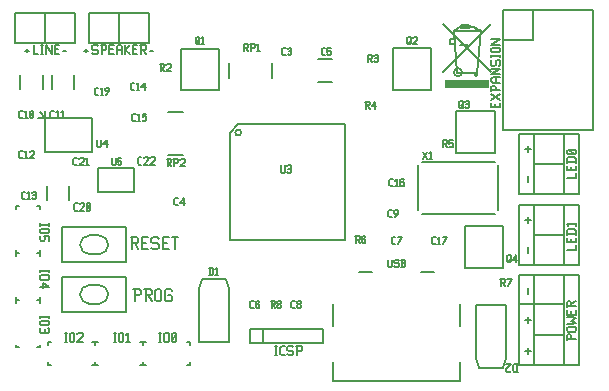
<source format=gbr>
G04 start of page 8 for group -4079 idx -4079 *
G04 Title: (unknown), topsilk *
G04 Creator: pcb 1.99z *
G04 CreationDate: Tue May  7 13:19:40 2013 UTC *
G04 For: matt *
G04 Format: Gerber/RS-274X *
G04 PCB-Dimensions (mil): 2165.35 1377.95 *
G04 PCB-Coordinate-Origin: lower left *
%MOIN*%
%FSLAX25Y25*%
%LNTOPSILK*%
%ADD124C,0.0138*%
%ADD123C,0.0059*%
%ADD122C,0.0001*%
G54D122*G36*
X155512Y106732D02*Y109488D01*
X170079D01*
Y106732D01*
X155512D01*
G37*
G54D123*X180157Y47795D02*X185157D01*
X200157D02*X195157D01*
X180157Y67795D02*Y47795D01*
Y44331D02*X200157D01*
X180157Y91417D02*X185157D01*
X195157D02*X200157D01*
X180157Y67795D02*X200157D01*
Y47795D02*Y67795D01*
X180157Y71417D02*X200157D01*
X180157D02*Y91417D01*
X200157D02*Y71417D01*
X154921Y128189D02*X170866Y112244D01*
X154921D02*X170866Y128189D01*
X158465Y125827D02*X167520D01*
X200157Y14331D02*X180157D01*
Y44331D01*
Y34748D02*X195157D01*
X200157Y44331D02*Y14331D01*
X182047Y62748D02*X184047D01*
X183047Y63748D02*Y61748D01*
X183079Y53772D02*Y51772D01*
X182047Y29323D02*X184047D01*
X183047Y30323D02*Y28323D01*
X183079Y40228D02*Y38228D01*
X15551Y119302D02*X16751D01*
X16151Y119902D02*Y118702D01*
X57087Y119302D02*X58287D01*
X35236D02*X36436D01*
X35836Y119902D02*Y118702D01*
X28150Y119302D02*X29350D01*
X182047Y19283D02*X184047D01*
X183047Y20283D02*Y18283D01*
X182047Y86449D02*X184047D01*
X183047Y87449D02*Y85449D01*
X183079Y77472D02*Y75472D01*
X97945Y115138D02*Y110138D01*
X83445Y115138D02*Y110138D01*
X138051Y120094D02*Y106194D01*
X150851D01*
Y120094D01*
X138051D01*
X113189Y116378D02*X117913D01*
X113189Y108898D02*X117913D01*
X86607Y94876D02*X122277D01*
Y56306D01*
X83707D01*
Y91976D01*
X86607Y94876D01*
X85607Y91976D02*G75*G03X85607Y91976I1000J0D01*G01*
X63248Y98969D02*X68248D01*
X63248Y84469D02*X68248D01*
X90551Y21890D02*Y26614D01*
X114961D01*
Y21890D02*X90551D01*
X94881D02*Y26614D01*
X114961D02*Y21890D01*
X74543Y43126D02*X82543D01*
X74543D02*X73443Y39726D01*
Y22126D01*
X83643D01*
Y39726D02*Y22126D01*
Y39726D02*X82543Y43126D01*
X70472Y14409D02*X69488D01*
X70472D02*Y15394D01*
Y22283D02*X69488D01*
X70472D02*Y21299D01*
X54724Y14409D02*X55709D01*
X54724D02*Y15394D01*
Y22283D02*X55709D01*
X54724D02*Y21299D01*
Y14409D02*X53740D01*
X54724D02*Y15394D01*
Y22283D02*X53740D01*
X54724D02*Y21299D01*
X38976Y14409D02*X39961D01*
X38976D02*Y15394D01*
Y22283D02*X39961D01*
X38976D02*Y21299D01*
Y14409D02*X37992D01*
X38976D02*Y15394D01*
Y22283D02*X37992D01*
X38976D02*Y21299D01*
X23228Y14409D02*X24213D01*
X23228D02*Y15394D01*
Y22283D02*X24213D01*
X23228D02*Y21299D01*
X12598Y37047D02*Y36063D01*
X13583D01*
X20472Y37047D02*Y36063D01*
X19488D02*X20472D01*
X12598Y51811D02*Y50827D01*
Y51811D02*X13583D01*
X20472D02*Y50827D01*
X19488Y51811D02*X20472D01*
X12598Y21299D02*Y20315D01*
X13583D01*
X20472Y21299D02*Y20315D01*
X19488D02*X20472D01*
X12598Y36063D02*Y35079D01*
Y36063D02*X13583D01*
X20472D02*Y35079D01*
X19488Y36063D02*X20472D01*
X12598Y52795D02*Y51811D01*
X13583D01*
X20472Y52795D02*Y51811D01*
X19488D02*X20472D01*
X12598Y67559D02*Y66575D01*
Y67559D02*X13583D01*
X20472D02*Y66575D01*
X19488Y67559D02*X20472D01*
X39823Y79983D02*X51723D01*
X39823Y71983D02*Y79983D01*
Y71983D02*X51723D01*
Y79983D01*
X27953Y48661D02*X49213D01*
X27953Y60472D02*Y48661D01*
Y60472D02*X49213D01*
X37008Y51417D02*X40157D01*
X37008Y57717D02*X40157D01*
X49213Y60472D02*Y48661D01*
X40157Y51417D02*G75*G03X43307Y54567I0J3150D01*G01*
Y54567D02*G75*G03X40157Y57717I-3150J0D01*G01*
X37008Y57717D02*G75*G03X33858Y54567I0J-3150D01*G01*
G75*G03X37008Y51417I3150J0D01*G01*
X22835Y74252D02*Y69528D01*
X30315Y74252D02*Y69528D01*
X27953Y32126D02*X49213D01*
X27953Y43937D02*Y32126D01*
Y43937D02*X49213D01*
X37008Y34882D02*X40157D01*
X37008Y41181D02*X40157D01*
X49213Y43937D02*Y32126D01*
X40157Y34882D02*G75*G03X43307Y38031I0J3150D01*G01*
Y38032D02*G75*G03X40157Y41181I-3150J0D01*G01*
X37008Y41181D02*G75*G03X33858Y38031I0J-3150D01*G01*
G75*G03X37008Y34882I3150J0D01*G01*
X147654Y45630D02*X151756D01*
X126985D02*X131087D01*
X160630Y27323D02*X160630Y34787D01*
X118110Y27323D02*X118111Y34787D01*
X160630Y9213D02*X160630Y15512D01*
X118111Y9213D02*X160630D01*
X118111D02*X118110Y15512D01*
X162067Y60646D02*Y46746D01*
X174867D01*
Y60646D01*
X162067D01*
X147717Y64882D02*X172126D01*
X173307Y81024D02*Y66063D01*
X147717Y82205D02*X172126D01*
X146535Y81024D02*Y66063D01*
X185157Y91417D02*Y71417D01*
X195157D01*
Y91417D01*
X185157D01*
Y81417D02*X195157D01*
Y91417D01*
X159311Y99031D02*Y85131D01*
X172111D01*
Y99031D01*
X159311D01*
X185157Y67795D02*Y47795D01*
X195157D01*
Y67795D01*
X185157D01*
Y57795D02*X195157D01*
Y67795D01*
Y44331D02*Y14331D01*
X185157Y44331D02*X195157D01*
X185157D02*Y14331D01*
X195157D01*
X185157Y24331D02*X195157D01*
X185157D02*Y14331D01*
X166866Y13449D02*X174866D01*
X175966Y16849D01*
Y34449D02*Y16849D01*
X165766Y34449D02*X175966D01*
X165766D02*Y16849D01*
X166866Y13449D01*
X175000Y132795D02*Y92795D01*
X205000D01*
Y132795D02*Y92795D01*
X175000Y132795D02*X205000D01*
X175000Y122795D02*X185000D01*
Y132795D02*Y122795D01*
X159635Y111851D02*X166188Y111722D01*
X167473Y125985D01*
X158465Y125856D02*X159646Y111850D01*
X160431Y121233D02*X163275D01*
X157283Y123100D02*X158697D01*
X157283D02*Y121526D01*
X158830D01*
X160864Y127873D02*X163561D01*
Y126932D01*
X160864D02*X163561D01*
X160864Y127873D02*Y126932D01*
X161334Y127402D02*X163091D01*
X158478Y125985D02*X158858Y126250D01*
X159449Y126644D01*
X160083Y126981D01*
X160883Y127273D01*
X167473Y125985D02*X167006Y126282D01*
X166339Y126644D01*
X165354Y127037D01*
X164566Y127286D01*
X163561Y127452D01*
X165905Y126946D02*Y126263D01*
G54D124*X165710Y111224D02*X165748Y111289D01*
G54D123*X161220Y112077D02*G75*G03X159843Y113455I-1378J0D01*G01*
Y110699D02*G75*G03X161220Y112077I0J1378D01*G01*
X158465D02*G75*G03X159843Y110699I1378J0D01*G01*
Y113455D02*G75*G03X158465Y112077I0J-1378D01*G01*
X12323Y121811D02*X32323D01*
Y131811D02*Y121811D01*
X12323Y131811D02*X32323D01*
X12323D02*Y121811D01*
X22323Y131811D02*Y121811D01*
X12323Y131811D02*X22323D01*
X24410Y111260D02*Y106536D01*
X31890Y111260D02*Y106536D01*
X13977Y111260D02*Y106536D01*
X21457Y111260D02*Y106536D01*
X36732Y121811D02*X56732D01*
Y131811D02*Y121811D01*
X36732Y131811D02*X56732D01*
X36732D02*Y121811D01*
X46732Y131811D02*Y121811D01*
X36732Y131811D02*X46732D01*
X67500Y119937D02*Y106037D01*
X80300D01*
Y119937D01*
X67500D01*
X37992Y96890D02*Y85473D01*
X22244D02*X37992D01*
X22244Y99252D02*Y85473D01*
X19882Y96890D02*X37992D01*
X22244D02*X20472Y98662D01*
X100992Y80991D02*Y78891D01*
X101292Y78591D01*
X101892D01*
X102192Y78891D01*
Y80991D02*Y78891D01*
X102912Y80691D02*X103212Y80991D01*
X103812D01*
X104112Y80691D01*
X103812Y78591D02*X104112Y78891D01*
X103212Y78591D02*X103812D01*
X102912Y78891D02*X103212Y78591D01*
Y79911D02*X103812D01*
X104112Y80691D02*Y80211D01*
Y79611D02*Y78891D01*
Y79611D02*X103812Y79911D01*
X104112Y80211D02*X103812Y79911D01*
X148031Y83063D02*X149531Y85463D01*
X148031D02*X149531Y83063D01*
X150251Y84983D02*X150731Y85463D01*
Y83063D01*
X150251D02*X151151D01*
X154724Y89400D02*X155924D01*
X156224Y89100D01*
Y88500D01*
X155924Y88200D02*X156224Y88500D01*
X155024Y88200D02*X155924D01*
X155024Y89400D02*Y87000D01*
X155504Y88200D02*X156224Y87000D01*
X156944Y89400D02*X158144D01*
X156944D02*Y88200D01*
X157244Y88500D01*
X157844D01*
X158144Y88200D01*
Y87300D01*
X157844Y87000D02*X158144Y87300D01*
X157244Y87000D02*X157844D01*
X156944Y87300D02*X157244Y87000D01*
X65774Y67709D02*X66554D01*
X65354Y68129D02*X65774Y67709D01*
X65354Y69689D02*Y68129D01*
Y69689D02*X65774Y70109D01*
X66554D01*
X67274Y68609D02*X68474Y70109D01*
X67274Y68609D02*X68774D01*
X68474Y70109D02*Y67709D01*
X90971Y33457D02*X91751D01*
X90551Y33877D02*X90971Y33457D01*
X90551Y35437D02*Y33877D01*
Y35437D02*X90971Y35857D01*
X91751D01*
X93371D02*X93671Y35557D01*
X92771Y35857D02*X93371D01*
X92471Y35557D02*X92771Y35857D01*
X92471Y35557D02*Y33757D01*
X92771Y33457D01*
X93371Y34777D02*X93671Y34477D01*
X92471Y34777D02*X93371D01*
X92771Y33457D02*X93371D01*
X93671Y33757D01*
Y34477D02*Y33757D01*
X104751Y33457D02*X105531D01*
X104331Y33877D02*X104751Y33457D01*
X104331Y35437D02*Y33877D01*
Y35437D02*X104751Y35857D01*
X105531D01*
X106251Y33757D02*X106551Y33457D01*
X106251Y34237D02*Y33757D01*
Y34237D02*X106671Y34657D01*
X107031D01*
X107451Y34237D01*
Y33757D01*
X107151Y33457D02*X107451Y33757D01*
X106551Y33457D02*X107151D01*
X106251Y35077D02*X106671Y34657D01*
X106251Y35557D02*Y35077D01*
Y35557D02*X106551Y35857D01*
X107151D01*
X107451Y35557D01*
Y35077D01*
X107031Y34657D02*X107451Y35077D01*
X97441Y35857D02*X98641D01*
X98941Y35557D01*
Y34957D01*
X98641Y34657D02*X98941Y34957D01*
X97741Y34657D02*X98641D01*
X97741Y35857D02*Y33457D01*
X98221Y34657D02*X98941Y33457D01*
X99661Y33757D02*X99961Y33457D01*
X99661Y34237D02*Y33757D01*
Y34237D02*X100081Y34657D01*
X100441D01*
X100861Y34237D01*
Y33757D01*
X100561Y33457D02*X100861Y33757D01*
X99961Y33457D02*X100561D01*
X99661Y35077D02*X100081Y34657D01*
X99661Y35557D02*Y35077D01*
Y35557D02*X99961Y35857D01*
X100561D01*
X100861Y35557D01*
Y35077D01*
X100441Y34657D02*X100861Y35077D01*
X77072Y46872D02*Y44472D01*
X77852Y46872D02*X78272Y46452D01*
Y44892D01*
X77852Y44472D02*X78272Y44892D01*
X76772Y44472D02*X77852D01*
X76772Y46872D02*X77852D01*
X78992Y46392D02*X79472Y46872D01*
Y44472D01*
X78992D02*X79892D01*
X136614Y49557D02*Y47457D01*
X136914Y47157D01*
X137514D01*
X137814Y47457D01*
Y49557D02*Y47457D01*
X139734Y49557D02*X140034Y49257D01*
X138834Y49557D02*X139734D01*
X138534Y49257D02*X138834Y49557D01*
X138534Y49257D02*Y48657D01*
X138834Y48357D01*
X139734D01*
X140034Y48057D01*
Y47457D01*
X139734Y47157D02*X140034Y47457D01*
X138834Y47157D02*X139734D01*
X138534Y47457D02*X138834Y47157D01*
X140754D02*X141954D01*
X142254Y47457D01*
Y48177D02*Y47457D01*
X141954Y48477D02*X142254Y48177D01*
X141054Y48477D02*X141954D01*
X141054Y49557D02*Y47157D01*
X140754Y49557D02*X141954D01*
X142254Y49257D01*
Y48777D01*
X141954Y48477D02*X142254Y48777D01*
X98819Y20726D02*X99589D01*
X99204D02*Y17646D01*
X98819D02*X99589D01*
X101052D02*X102053D01*
X100513Y18185D02*X101052Y17646D01*
X100513Y20187D02*Y18185D01*
Y20187D02*X101052Y20726D01*
X102053D01*
X104517D02*X104902Y20341D01*
X103362Y20726D02*X104517D01*
X102977Y20341D02*X103362Y20726D01*
X102977Y20341D02*Y19571D01*
X103362Y19186D01*
X104517D01*
X104902Y18801D01*
Y18031D01*
X104517Y17646D02*X104902Y18031D01*
X103362Y17646D02*X104517D01*
X102977Y18031D02*X103362Y17646D01*
X106211Y20726D02*Y17646D01*
X105826Y20726D02*X107366D01*
X107751Y20341D01*
Y19571D01*
X107366Y19186D02*X107751Y19571D01*
X106211Y19186D02*X107366D01*
X128867Y102216D02*X130067D01*
X130367Y101916D01*
Y101316D01*
X130067Y101016D02*X130367Y101316D01*
X129167Y101016D02*X130067D01*
X129167Y102216D02*Y99816D01*
X129647Y101016D02*X130367Y99816D01*
X131087Y100716D02*X132287Y102216D01*
X131087Y100716D02*X132587D01*
X132287Y102216D02*Y99816D01*
X160260Y102187D02*Y100387D01*
Y102187D02*X160560Y102487D01*
X161160D01*
X161460Y102187D01*
Y100687D01*
X160860Y100087D02*X161460Y100687D01*
X160560Y100087D02*X160860D01*
X160260Y100387D02*X160560Y100087D01*
X160860Y100987D02*X161460Y100087D01*
X162180Y102187D02*X162480Y102487D01*
X163080D01*
X163380Y102187D01*
X163080Y100087D02*X163380Y100387D01*
X162480Y100087D02*X163080D01*
X162180Y100387D02*X162480Y100087D01*
Y101407D02*X163080D01*
X163380Y102187D02*Y101707D01*
Y101107D02*Y100387D01*
Y101107D02*X163080Y101407D01*
X163380Y101707D02*X163080Y101407D01*
X88386Y121487D02*X89586D01*
X89886Y121187D01*
Y120587D01*
X89586Y120287D02*X89886Y120587D01*
X88686Y120287D02*X89586D01*
X88686Y121487D02*Y119087D01*
X89166Y120287D02*X89886Y119087D01*
X90906Y121487D02*Y119087D01*
X90606Y121487D02*X91806D01*
X92106Y121187D01*
Y120587D01*
X91806Y120287D02*X92106Y120587D01*
X90906Y120287D02*X91806D01*
X92826Y121007D02*X93306Y121487D01*
Y119087D01*
X92826D02*X93726D01*
X72425Y123565D02*Y121765D01*
Y123565D02*X72725Y123865D01*
X73325D01*
X73625Y123565D01*
Y122065D01*
X73025Y121465D02*X73625Y122065D01*
X72725Y121465D02*X73025D01*
X72425Y121765D02*X72725Y121465D01*
X73025Y122365D02*X73625Y121465D01*
X74345Y123385D02*X74825Y123865D01*
Y121465D01*
X74345D02*X75245D01*
X129724Y117747D02*X130924D01*
X131224Y117447D01*
Y116847D01*
X130924Y116547D02*X131224Y116847D01*
X130024Y116547D02*X130924D01*
X130024Y117747D02*Y115347D01*
X130504Y116547D02*X131224Y115347D01*
X131944Y117447D02*X132244Y117747D01*
X132844D01*
X133144Y117447D01*
X132844Y115347D02*X133144Y115647D01*
X132244Y115347D02*X132844D01*
X131944Y115647D02*X132244Y115347D01*
Y116667D02*X132844D01*
X133144Y117447D02*Y116967D01*
Y116367D02*Y115647D01*
Y116367D02*X132844Y116667D01*
X133144Y116967D02*X132844Y116667D01*
X142937Y123447D02*Y121647D01*
Y123447D02*X143237Y123747D01*
X143837D01*
X144137Y123447D01*
Y121947D01*
X143537Y121347D02*X144137Y121947D01*
X143237Y121347D02*X143537D01*
X142937Y121647D02*X143237Y121347D01*
X143537Y122247D02*X144137Y121347D01*
X144857Y123447D02*X145157Y123747D01*
X146057D01*
X146357Y123447D01*
Y122847D01*
X144857Y121347D02*X146357Y122847D01*
X144857Y121347D02*X146357D01*
X114790Y117709D02*X115570D01*
X114370Y118129D02*X114790Y117709D01*
X114370Y119689D02*Y118129D01*
Y119689D02*X114790Y120109D01*
X115570D01*
X116290D02*X117490D01*
X116290D02*Y118909D01*
X116590Y119209D01*
X117190D01*
X117490Y118909D01*
Y118009D01*
X117190Y117709D02*X117490Y118009D01*
X116590Y117709D02*X117190D01*
X116290Y118009D02*X116590Y117709D01*
X125591Y57510D02*X126791D01*
X127091Y57210D01*
Y56610D01*
X126791Y56310D02*X127091Y56610D01*
X125891Y56310D02*X126791D01*
X125891Y57510D02*Y55110D01*
X126371Y56310D02*X127091Y55110D01*
X128711Y57510D02*X129011Y57210D01*
X128111Y57510D02*X128711D01*
X127811Y57210D02*X128111Y57510D01*
X127811Y57210D02*Y55410D01*
X128111Y55110D01*
X128711Y56430D02*X129011Y56130D01*
X127811Y56430D02*X128711D01*
X128111Y55110D02*X128711D01*
X129011Y55410D01*
Y56130D02*Y55410D01*
X137034Y63772D02*X137814D01*
X136614Y64192D02*X137034Y63772D01*
X136614Y65752D02*Y64192D01*
Y65752D02*X137034Y66172D01*
X137814D01*
X138834Y63772D02*X139734Y64972D01*
Y65872D02*Y64972D01*
X139434Y66172D02*X139734Y65872D01*
X138834Y66172D02*X139434D01*
X138534Y65872D02*X138834Y66172D01*
X138534Y65872D02*Y65272D01*
X138834Y64972D01*
X139734D01*
X138215Y54717D02*X138995D01*
X137795Y55137D02*X138215Y54717D01*
X137795Y56697D02*Y55137D01*
Y56697D02*X138215Y57117D01*
X138995D01*
X140015Y54717D02*X141215Y57117D01*
X139715D02*X141215D01*
X101601Y117709D02*X102381D01*
X101181Y118129D02*X101601Y117709D01*
X101181Y119689D02*Y118129D01*
Y119689D02*X101601Y120109D01*
X102381D01*
X103101Y119809D02*X103401Y120109D01*
X104001D01*
X104301Y119809D01*
X104001Y117709D02*X104301Y118009D01*
X103401Y117709D02*X104001D01*
X103101Y118009D02*X103401Y117709D01*
Y119029D02*X104001D01*
X104301Y119809D02*Y119329D01*
Y118729D02*Y118009D01*
Y118729D02*X104001Y119029D01*
X104301Y119329D02*X104001Y119029D01*
X172258Y101509D02*Y100354D01*
X173952Y101894D02*Y100354D01*
X170872D02*X173952D01*
X170872Y101894D02*Y100354D01*
X173952Y102818D02*X170872Y104743D01*
Y102818D02*X173952Y104743D01*
X170872Y106052D02*X173952D01*
X170872Y107207D02*Y105667D01*
Y107207D02*X171257Y107592D01*
X172027D01*
X172412Y107207D02*X172027Y107592D01*
X172412Y107207D02*Y106052D01*
X171642Y108516D02*X173952D01*
X171642D02*X170872Y109055D01*
Y109902D02*Y109055D01*
Y109902D02*X171642Y110441D01*
X173952D01*
X172412D02*Y108516D01*
X170872Y111365D02*X173952D01*
X170872D02*X173952Y113290D01*
X170872D02*X173952D01*
X170872Y115754D02*X171257Y116139D01*
X170872Y115754D02*Y114599D01*
X171257Y114214D02*X170872Y114599D01*
X171257Y114214D02*X172027D01*
X172412Y114599D01*
Y115754D02*Y114599D01*
Y115754D02*X172797Y116139D01*
X173567D01*
X173952Y115754D02*X173567Y116139D01*
X173952Y115754D02*Y114599D01*
X173567Y114214D02*X173952Y114599D01*
X170872Y117833D02*Y117063D01*
Y117448D02*X173952D01*
Y117833D02*Y117063D01*
X171257Y118757D02*X173567D01*
X171257D02*X170872Y119142D01*
Y119912D02*Y119142D01*
Y119912D02*X171257Y120297D01*
X173567D01*
X173952Y119912D02*X173567Y120297D01*
X173952Y119912D02*Y119142D01*
X173567Y118757D02*X173952Y119142D01*
X170872Y121221D02*X173952D01*
X170872D02*X173952Y123146D01*
X170872D02*X173952D01*
X151601Y54717D02*X152381D01*
X151181Y55137D02*X151601Y54717D01*
X151181Y56697D02*Y55137D01*
Y56697D02*X151601Y57117D01*
X152381D01*
X153101Y56637D02*X153581Y57117D01*
Y54717D01*
X153101D02*X154001D01*
X155021D02*X156221Y57117D01*
X154721D02*X156221D01*
X176205Y50809D02*Y49009D01*
Y50809D02*X176505Y51109D01*
X177105D01*
X177405Y50809D01*
Y49309D01*
X176805Y48709D02*X177405Y49309D01*
X176505Y48709D02*X176805D01*
X176205Y49009D02*X176505Y48709D01*
X176805Y49609D02*X177405Y48709D01*
X178125Y49609D02*X179325Y51109D01*
X178125Y49609D02*X179625D01*
X179325Y51109D02*Y48709D01*
X174015Y43141D02*X175215D01*
X175515Y42841D01*
Y42241D01*
X175215Y41941D02*X175515Y42241D01*
X174315Y41941D02*X175215D01*
X174315Y43141D02*Y40741D01*
X174795Y41941D02*X175515Y40741D01*
X176535D02*X177735Y43141D01*
X176235D02*X177735D01*
X137428Y74008D02*X138208D01*
X137008Y74428D02*X137428Y74008D01*
X137008Y75988D02*Y74428D01*
Y75988D02*X137428Y76408D01*
X138208D01*
X138928Y75928D02*X139408Y76408D01*
Y74008D01*
X138928D02*X139828D01*
X141448Y76408D02*X141748Y76108D01*
X140848Y76408D02*X141448D01*
X140548Y76108D02*X140848Y76408D01*
X140548Y76108D02*Y74308D01*
X140848Y74008D01*
X141448Y75328D02*X141748Y75028D01*
X140548Y75328D02*X141448D01*
X140848Y74008D02*X141448D01*
X141748Y74308D01*
Y75028D02*Y74308D01*
X62795Y83101D02*X63995D01*
X64295Y82801D01*
Y82201D01*
X63995Y81901D02*X64295Y82201D01*
X63095Y81901D02*X63995D01*
X63095Y83101D02*Y80701D01*
X63575Y81901D02*X64295Y80701D01*
X65315Y83101D02*Y80701D01*
X65015Y83101D02*X66215D01*
X66515Y82801D01*
Y82201D01*
X66215Y81901D02*X66515Y82201D01*
X65315Y81901D02*X66215D01*
X67235Y82801D02*X67535Y83101D01*
X68435D01*
X68735Y82801D01*
Y82201D01*
X67235Y80701D02*X68735Y82201D01*
X67235Y80701D02*X68735D01*
X196069Y52953D02*X199149D01*
Y54493D02*Y52953D01*
X197455Y56572D02*Y55417D01*
X199149Y56957D02*Y55417D01*
X196069D02*X199149D01*
X196069Y56957D02*Y55417D01*
Y58266D02*X199149D01*
X196069Y59267D02*X196608Y59806D01*
X198610D01*
X199149Y59267D02*X198610Y59806D01*
X199149Y59267D02*Y57881D01*
X196069Y59267D02*Y57881D01*
X196685Y60730D02*X196069Y61346D01*
X199149D01*
Y61885D02*Y60730D01*
X196069Y76969D02*X199149D01*
Y78509D02*Y76969D01*
X197455Y80588D02*Y79433D01*
X199149Y80973D02*Y79433D01*
X196069D02*X199149D01*
X196069Y80973D02*Y79433D01*
Y82282D02*X199149D01*
X196069Y83283D02*X196608Y83822D01*
X198610D01*
X199149Y83283D02*X198610Y83822D01*
X199149Y83283D02*Y81897D01*
X196069Y83283D02*Y81897D01*
X198764Y84746D02*X199149Y85131D01*
X196454Y84746D02*X198764D01*
X196454D02*X196069Y85131D01*
Y85901D02*Y85131D01*
Y85901D02*X196454Y86286D01*
X198764D01*
X199149Y85901D02*X198764Y86286D01*
X199149Y85901D02*Y85131D01*
X198379Y84746D02*X196839Y86286D01*
X196069Y23141D02*X199149D01*
X196069Y24296D02*Y22756D01*
Y24296D02*X196454Y24681D01*
X197224D01*
X197609Y24296D02*X197224Y24681D01*
X197609Y24296D02*Y23141D01*
X196454Y25605D02*X198764D01*
X196454D02*X196069Y25990D01*
Y26760D02*Y25990D01*
Y26760D02*X196454Y27145D01*
X198764D01*
X199149Y26760D02*X198764Y27145D01*
X199149Y26760D02*Y25990D01*
X198764Y25605D02*X199149Y25990D01*
X196069Y28069D02*X197609D01*
X199149Y28454D01*
X197609Y29224D01*
X199149Y29994D01*
X197609Y30379D01*
X196069D02*X197609D01*
X197455Y32458D02*Y31303D01*
X199149Y32843D02*Y31303D01*
X196069D02*X199149D01*
X196069Y32843D02*Y31303D01*
Y35307D02*Y33767D01*
Y35307D02*X196454Y35692D01*
X197224D01*
X197609Y35307D02*X197224Y35692D01*
X197609Y35307D02*Y34152D01*
X196069D02*X199149D01*
X197609Y34768D02*X199149Y35692D01*
X179424Y14661D02*Y12261D01*
X178644D02*X178224Y12681D01*
Y14241D02*Y12681D01*
X178644Y14661D02*X178224Y14241D01*
X178644Y14661D02*X179724D01*
X178644Y12261D02*X179724D01*
X177504Y12561D02*X177204Y12261D01*
X176304D02*X177204D01*
X176304D02*X176004Y12561D01*
Y13161D02*Y12561D01*
X177504Y14661D02*X176004Y13161D01*
Y14661D02*X177504D01*
X28740Y25254D02*X29510D01*
X29125D02*Y22174D01*
X28740D02*X29510D01*
X30434Y24869D02*Y22559D01*
Y24869D02*X30819Y25254D01*
X31589D01*
X31974Y24869D01*
Y22559D01*
X31589Y22174D02*X31974Y22559D01*
X30819Y22174D02*X31589D01*
X30434Y22559D02*X30819Y22174D01*
X32898Y24869D02*X33283Y25254D01*
X34438D01*
X34823Y24869D01*
Y24099D01*
X32898Y22174D02*X34823Y24099D01*
X32898Y22174D02*X34823D01*
X60236Y25254D02*X61006D01*
X60621D02*Y22174D01*
X60236D02*X61006D01*
X61930Y24869D02*Y22559D01*
Y24869D02*X62315Y25254D01*
X63085D01*
X63470Y24869D01*
Y22559D01*
X63085Y22174D02*X63470Y22559D01*
X62315Y22174D02*X63085D01*
X61930Y22559D02*X62315Y22174D01*
X64394Y22559D02*X64779Y22174D01*
X64394Y24869D02*Y22559D01*
Y24869D02*X64779Y25254D01*
X65549D01*
X65934Y24869D01*
Y22559D01*
X65549Y22174D02*X65934Y22559D01*
X64779Y22174D02*X65549D01*
X64394Y22944D02*X65934Y24484D01*
X45079Y25254D02*X45849D01*
X45464D02*Y22174D01*
X45079D02*X45849D01*
X46773Y24869D02*Y22559D01*
Y24869D02*X47158Y25254D01*
X47928D01*
X48313Y24869D01*
Y22559D01*
X47928Y22174D02*X48313Y22559D01*
X47158Y22174D02*X47928D01*
X46773Y22559D02*X47158Y22174D01*
X49237Y24638D02*X49853Y25254D01*
Y22174D01*
X49237D02*X50392D01*
X23443Y61653D02*Y60883D01*
X20363Y61268D02*X23443D01*
X20363Y61653D02*Y60883D01*
X20748Y59959D02*X23058D01*
X23443Y59574D01*
Y58804D01*
X23058Y58419D01*
X20748D02*X23058D01*
X20363Y58804D02*X20748Y58419D01*
X20363Y59574D02*Y58804D01*
X20748Y59959D02*X20363Y59574D01*
X23443Y57495D02*Y55955D01*
X21903Y57495D02*X23443D01*
X21903D02*X22288Y57110D01*
Y56340D01*
X21903Y55955D01*
X20748D02*X21903D01*
X20363Y56340D02*X20748Y55955D01*
X20363Y57110D02*Y56340D01*
X20748Y57495D02*X20363Y57110D01*
X23443Y46102D02*Y45332D01*
X20363Y45717D02*X23443D01*
X20363Y46102D02*Y45332D01*
X20748Y44408D02*X23058D01*
X23443Y44023D01*
Y43253D01*
X23058Y42868D01*
X20748D02*X23058D01*
X20363Y43253D02*X20748Y42868D01*
X20363Y44023D02*Y43253D01*
X20748Y44408D02*X20363Y44023D01*
X21518Y41944D02*X23443Y40404D01*
X21518Y41944D02*Y40019D01*
X20363Y40404D02*X23443D01*
X23639Y30945D02*Y30175D01*
X20559Y30560D02*X23639D01*
X20559Y30945D02*Y30175D01*
X20944Y29251D02*X23254D01*
X23639Y28866D01*
Y28096D01*
X23254Y27711D01*
X20944D02*X23254D01*
X20559Y28096D02*X20944Y27711D01*
X20559Y28866D02*Y28096D01*
X20944Y29251D02*X20559Y28866D01*
X23254Y26787D02*X23639Y26402D01*
Y25632D01*
X23254Y25247D01*
X20559Y25632D02*X20944Y25247D01*
X20559Y26402D02*Y25632D01*
X20944Y26787D02*X20559Y26402D01*
X22253D02*Y25632D01*
X22638Y25247D02*X23254D01*
X20944D02*X21868D01*
X22253Y25632D01*
X22638Y25247D02*X22253Y25632D01*
X14002Y83457D02*X14782D01*
X13582Y83877D02*X14002Y83457D01*
X13582Y85437D02*Y83877D01*
Y85437D02*X14002Y85857D01*
X14782D01*
X15502Y85377D02*X15982Y85857D01*
Y83457D01*
X15502D02*X16402D01*
X17122Y85557D02*X17422Y85857D01*
X18322D01*
X18622Y85557D01*
Y84957D01*
X17122Y83457D02*X18622Y84957D01*
X17122Y83457D02*X18622D01*
X14789Y69875D02*X15569D01*
X14369Y70295D02*X14789Y69875D01*
X14369Y71855D02*Y70295D01*
Y71855D02*X14789Y72275D01*
X15569D01*
X16289Y71795D02*X16769Y72275D01*
Y69875D01*
X16289D02*X17189D01*
X17909Y71975D02*X18209Y72275D01*
X18809D01*
X19109Y71975D01*
X18809Y69875D02*X19109Y70175D01*
X18209Y69875D02*X18809D01*
X17909Y70175D02*X18209Y69875D01*
Y71195D02*X18809D01*
X19109Y71975D02*Y71495D01*
Y70895D02*Y70175D01*
Y70895D02*X18809Y71195D01*
X19109Y71495D02*X18809Y71195D01*
X50787Y57110D02*X52787D01*
X53287Y56610D01*
Y55610D01*
X52787Y55110D02*X53287Y55610D01*
X51287Y55110D02*X52787D01*
X51287Y57110D02*Y53110D01*
X52087Y55110D02*X53287Y53110D01*
X54487Y55310D02*X55987D01*
X54487Y53110D02*X56487D01*
X54487Y57110D02*Y53110D01*
Y57110D02*X56487D01*
X59687D02*X60187Y56610D01*
X58187Y57110D02*X59687D01*
X57687Y56610D02*X58187Y57110D01*
X57687Y56610D02*Y55610D01*
X58187Y55110D01*
X59687D01*
X60187Y54610D01*
Y53610D01*
X59687Y53110D02*X60187Y53610D01*
X58187Y53110D02*X59687D01*
X57687Y53610D02*X58187Y53110D01*
X61387Y55310D02*X62887D01*
X61387Y53110D02*X63387D01*
X61387Y57110D02*Y53110D01*
Y57110D02*X63387D01*
X64587D02*X66587D01*
X65587D02*Y53110D01*
X52075Y39787D02*Y35787D01*
X51575Y39787D02*X53575D01*
X54075Y39287D01*
Y38287D01*
X53575Y37787D02*X54075Y38287D01*
X52075Y37787D02*X53575D01*
X55275Y39787D02*X57275D01*
X57775Y39287D01*
Y38287D01*
X57275Y37787D02*X57775Y38287D01*
X55775Y37787D02*X57275D01*
X55775Y39787D02*Y35787D01*
X56575Y37787D02*X57775Y35787D01*
X58975Y39287D02*Y36287D01*
Y39287D02*X59475Y39787D01*
X60475D01*
X60975Y39287D01*
Y36287D01*
X60475Y35787D02*X60975Y36287D01*
X59475Y35787D02*X60475D01*
X58975Y36287D02*X59475Y35787D01*
X64175Y39787D02*X64675Y39287D01*
X62675Y39787D02*X64175D01*
X62175Y39287D02*X62675Y39787D01*
X62175Y39287D02*Y36287D01*
X62675Y35787D01*
X64175D01*
X64675Y36287D01*
Y37287D02*Y36287D01*
X64175Y37787D02*X64675Y37287D01*
X63175Y37787D02*X64175D01*
X18425Y121096D02*Y118016D01*
X19965D01*
X20889Y121096D02*X21659D01*
X21274D02*Y118016D01*
X20889D02*X21659D01*
X22583Y121096D02*Y118016D01*
Y121096D02*X24508Y118016D01*
Y121096D02*Y118016D01*
X25432Y119710D02*X26587D01*
X25432Y118016D02*X26972D01*
X25432Y121096D02*Y118016D01*
Y121096D02*X26972D01*
X39453D02*X39838Y120711D01*
X38298Y121096D02*X39453D01*
X37913Y120711D02*X38298Y121096D01*
X37913Y120711D02*Y119941D01*
X38298Y119556D01*
X39453D01*
X39838Y119171D01*
Y118401D01*
X39453Y118016D02*X39838Y118401D01*
X38298Y118016D02*X39453D01*
X37913Y118401D02*X38298Y118016D01*
X41147Y121096D02*Y118016D01*
X40762Y121096D02*X42302D01*
X42687Y120711D01*
Y119941D01*
X42302Y119556D02*X42687Y119941D01*
X41147Y119556D02*X42302D01*
X43611Y119710D02*X44766D01*
X43611Y118016D02*X45151D01*
X43611Y121096D02*Y118016D01*
Y121096D02*X45151D01*
X46075Y120326D02*Y118016D01*
Y120326D02*X46614Y121096D01*
X47461D01*
X48000Y120326D01*
Y118016D01*
X46075Y119556D02*X48000D01*
X48924Y121096D02*Y118016D01*
Y119556D02*X50464Y121096D01*
X48924Y119556D02*X50464Y118016D01*
X51388Y119710D02*X52543D01*
X51388Y118016D02*X52928D01*
X51388Y121096D02*Y118016D01*
Y121096D02*X52928D01*
X53852D02*X55392D01*
X55777Y120711D01*
Y119941D01*
X55392Y119556D02*X55777Y119941D01*
X54237Y119556D02*X55392D01*
X54237Y121096D02*Y118016D01*
X54853Y119556D02*X55777Y118016D01*
X39567Y89577D02*Y87407D01*
X39877Y87097D01*
X40497D01*
X40807Y87407D01*
Y89577D02*Y87407D01*
X41551Y88027D02*X42791Y89577D01*
X41551Y88027D02*X43101D01*
X42791Y89577D02*Y87097D01*
X44537Y83433D02*Y81333D01*
X44837Y81033D01*
X45437D01*
X45737Y81333D01*
Y83433D02*Y81333D01*
X46457Y83433D02*X47657D01*
X46457D02*Y82233D01*
X46757Y82533D01*
X47357D01*
X47657Y82233D01*
Y81333D01*
X47357Y81033D02*X47657Y81333D01*
X46757Y81033D02*X47357D01*
X46457Y81333D02*X46757Y81033D01*
X53569Y81292D02*X54349D01*
X53149Y81712D02*X53569Y81292D01*
X53149Y83272D02*Y81712D01*
Y83272D02*X53569Y83692D01*
X54349D01*
X55069Y83392D02*X55369Y83692D01*
X56269D01*
X56569Y83392D01*
Y82792D01*
X55069Y81292D02*X56569Y82792D01*
X55069Y81292D02*X56569D01*
X57289Y83392D02*X57589Y83692D01*
X58489D01*
X58789Y83392D01*
Y82792D01*
X57289Y81292D02*X58789Y82792D01*
X57289Y81292D02*X58789D01*
X32113Y81095D02*X32893D01*
X31693Y81515D02*X32113Y81095D01*
X31693Y83075D02*Y81515D01*
Y83075D02*X32113Y83495D01*
X32893D01*
X33613Y83195D02*X33913Y83495D01*
X34813D01*
X35113Y83195D01*
Y82595D01*
X33613Y81095D02*X35113Y82595D01*
X33613Y81095D02*X35113D01*
X35833Y83015D02*X36313Y83495D01*
Y81095D01*
X35833D02*X36733D01*
X32309Y65938D02*X33089D01*
X31889Y66358D02*X32309Y65938D01*
X31889Y67918D02*Y66358D01*
Y67918D02*X32309Y68338D01*
X33089D01*
X33809Y68038D02*X34109Y68338D01*
X35009D01*
X35309Y68038D01*
Y67438D01*
X33809Y65938D02*X35309Y67438D01*
X33809Y65938D02*X35309D01*
X36029Y66238D02*X36329Y65938D01*
X36029Y68038D02*Y66238D01*
Y68038D02*X36329Y68338D01*
X36929D01*
X37229Y68038D01*
Y66238D01*
X36929Y65938D02*X37229Y66238D01*
X36329Y65938D02*X36929D01*
X36029Y66538D02*X37229Y67738D01*
X60432Y114794D02*X61632D01*
X61932Y114494D01*
Y113894D01*
X61632Y113594D02*X61932Y113894D01*
X60732Y113594D02*X61632D01*
X60732Y114794D02*Y112394D01*
X61212Y113594D02*X61932Y112394D01*
X62652Y114494D02*X62952Y114794D01*
X63852D01*
X64152Y114494D01*
Y113894D01*
X62652Y112394D02*X64152Y113894D01*
X62652Y112394D02*X64152D01*
X51207Y106095D02*X51987D01*
X50787Y106515D02*X51207Y106095D01*
X50787Y108075D02*Y106515D01*
Y108075D02*X51207Y108495D01*
X51987D01*
X52707Y108015D02*X53187Y108495D01*
Y106095D01*
X52707D02*X53607D01*
X54327Y106995D02*X55527Y108495D01*
X54327Y106995D02*X55827D01*
X55527Y108495D02*Y106095D01*
X51600Y95859D02*X52380D01*
X51180Y96279D02*X51600Y95859D01*
X51180Y97839D02*Y96279D01*
Y97839D02*X51600Y98259D01*
X52380D01*
X53100Y97779D02*X53580Y98259D01*
Y95859D01*
X53100D02*X54000D01*
X54720Y98259D02*X55920D01*
X54720D02*Y97059D01*
X55020Y97359D01*
X55620D01*
X55920Y97059D01*
Y96159D01*
X55620Y95859D02*X55920Y96159D01*
X55020Y95859D02*X55620D01*
X54720Y96159D02*X55020Y95859D01*
X39199Y104520D02*X39979D01*
X38779Y104940D02*X39199Y104520D01*
X38779Y106500D02*Y104940D01*
Y106500D02*X39199Y106920D01*
X39979D01*
X40699Y106440D02*X41179Y106920D01*
Y104520D01*
X40699D02*X41599D01*
X42619D02*X43519Y105720D01*
Y106620D02*Y105720D01*
X43219Y106920D02*X43519Y106620D01*
X42619Y106920D02*X43219D01*
X42319Y106620D02*X42619Y106920D01*
X42319Y106620D02*Y106020D01*
X42619Y105720D01*
X43519D01*
X24435Y96843D02*X25215D01*
X24015Y97263D02*X24435Y96843D01*
X24015Y98823D02*Y97263D01*
Y98823D02*X24435Y99243D01*
X25215D01*
X25935Y98763D02*X26415Y99243D01*
Y96843D01*
X25935D02*X26835D01*
X27555Y98763D02*X28035Y99243D01*
Y96843D01*
X27555D02*X28455D01*
X14002D02*X14782D01*
X13582Y97263D02*X14002Y96843D01*
X13582Y98823D02*Y97263D01*
Y98823D02*X14002Y99243D01*
X14782D01*
X15502Y98763D02*X15982Y99243D01*
Y96843D01*
X15502D02*X16402D01*
X17122Y97143D02*X17422Y96843D01*
X17122Y98943D02*Y97143D01*
Y98943D02*X17422Y99243D01*
X18022D01*
X18322Y98943D01*
Y97143D01*
X18022Y96843D02*X18322Y97143D01*
X17422Y96843D02*X18022D01*
X17122Y97443D02*X18322Y98643D01*
M02*

</source>
